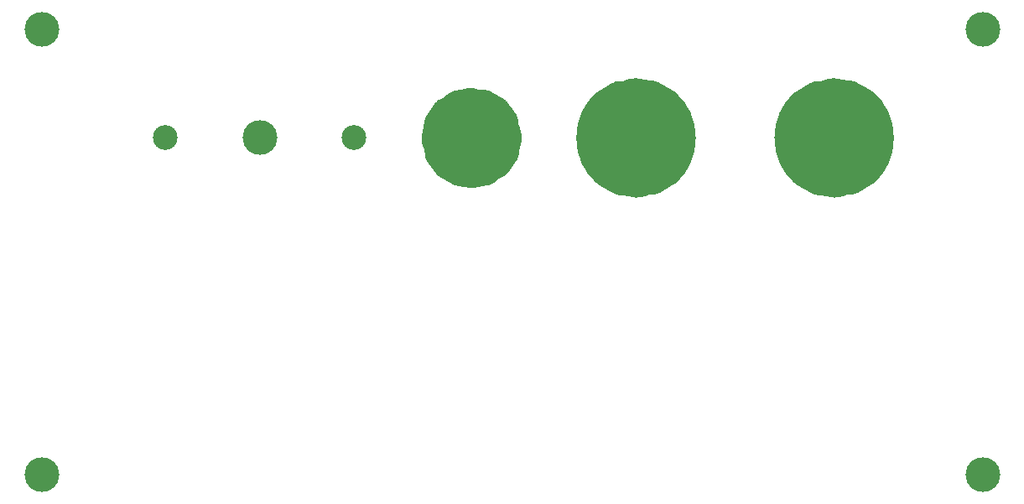
<source format=gbr>
G04 #@! TF.GenerationSoftware,KiCad,Pcbnew,(6.0.5)*
G04 #@! TF.CreationDate,2023-01-29T21:03:10+01:00*
G04 #@! TF.ProjectId,bplate,62706c61-7465-42e6-9b69-6361645f7063,0.8*
G04 #@! TF.SameCoordinates,Original*
G04 #@! TF.FileFunction,Soldermask,Top*
G04 #@! TF.FilePolarity,Negative*
%FSLAX46Y46*%
G04 Gerber Fmt 4.6, Leading zero omitted, Abs format (unit mm)*
G04 Created by KiCad (PCBNEW (6.0.5)) date 2023-01-29 21:03:10*
%MOMM*%
%LPD*%
G01*
G04 APERTURE LIST*
%ADD10C,6.050000*%
%ADD11C,5.050000*%
%ADD12C,3.500000*%
%ADD13C,2.500000*%
G04 APERTURE END LIST*
D10*
X157025000Y-85000000D02*
G75*
G03*
X157025000Y-85000000I-3025000J0D01*
G01*
D11*
X139925000Y-85000000D02*
G75*
G03*
X139925000Y-85000000I-2525000J0D01*
G01*
D10*
X177025000Y-85000000D02*
G75*
G03*
X177025000Y-85000000I-3025000J0D01*
G01*
D12*
G04 #@! TO.C,REF\u002A\u002A*
X189000000Y-119000000D03*
G04 #@! TD*
G04 #@! TO.C,REF\u002A\u002A*
X137400000Y-85000000D03*
G04 #@! TD*
D13*
G04 #@! TO.C,REF\u002A\u002A*
X125500000Y-85000000D03*
G04 #@! TD*
G04 #@! TO.C,REF\u002A\u002A*
X106500000Y-85000000D03*
G04 #@! TD*
D12*
G04 #@! TO.C,REF\u002A\u002A*
X94000000Y-74000000D03*
G04 #@! TD*
G04 #@! TO.C,REF\u002A\u002A*
X174000000Y-85000000D03*
G04 #@! TD*
G04 #@! TO.C,REF\u002A\u002A*
X154000000Y-85000000D03*
G04 #@! TD*
G04 #@! TO.C,REF\u002A\u002A*
X94000000Y-119000000D03*
G04 #@! TD*
G04 #@! TO.C,REF\u002A\u002A*
X116000000Y-85000000D03*
G04 #@! TD*
G04 #@! TO.C,REF\u002A\u002A*
X189000000Y-74000000D03*
G04 #@! TD*
M02*

</source>
